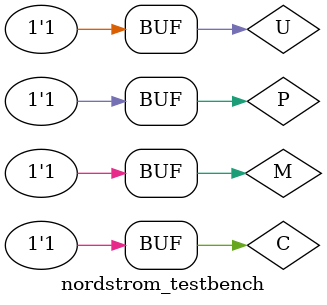
<source format=sv>

module DE1_SoC (HEX0, HEX1, HEX2, HEX3, HEX4, HEX5, KEY, LEDR, SW);
output [6:0] HEX0, HEX1, HEX2, HEX3, HEX4, HEX5;
output [9:0] LEDR;
input [3:0] KEY;
input [9:0] SW;

// Default values, turns off the HEX displays
assign HEX0 = 7'b1111111;	// turns HEX DISPLAY all off
assign HEX1 = 7'b1111111;
assign HEX2 = 7'b1111111;
assign HEX3 = 7'b1111111;
assign HEX4 = 7'b1111111;
assign HEX5 = 7'b1111111;

 nordstrom nordstrom_sim (.U(SW[9]), .P(SW[8]), .C(SW[7]), .M(SW[0]), .discount(LEDR[0]), .stolen(LEDR[1]));
 

endmodule

module nordstrom (discount, stolen, U, P, C, M);

output logic discount, stolen; 	
input  logic U, P, C, M; 	
		
assign discount = P | (U & C);
assign stolen =  ((U) & (~P) & (~M) | ((~U) & (~C) & (~M)));


endmodule

// Test Bench

module nordstrom_testbench();		
	logic  U, P, C, M; 		
	logic  discount, stolen; 		
			
	nordstrom dut ( .discount, .stolen, .U, .P, .C, .M ); 		
		
	
	initial begin	
		U=0; P=0; C=0; M=0; #10;
		U=0; P=0; C=0; M=1; #10;
		U=0; P=0; C=1; M=0; #10;
		U=0; P=0; C=1; M=1; #10;
		U=0; P=1; C=0; M=0; #10;
		U=0; P=1; C=0; M=1; #10;
		U=0; P=1; C=1; M=0; #10;
		U=0; P=1; C=1; M=1; #10;
		U=1; P=0; C=0; M=0; #10;
		U=1; P=0; C=0; M=1; #10;
      U=1; P=0; C=1; M=0; #10;		
		U=1; P=0; C=1; M=1; #10;
		U=1; P=1; C=0; M=0; #10;
		U=1; P=1; C=0; M=1; #10;
		U=1; P=1; C=1; M=0; #10;
		U=1; P=1; C=1; M=1; #10;
			
	end	
endmodule	





//module DE1_SoC_testbench();
//wire [6:0] HEX0, HEX1, HEX2, HEX3, HEX4, HEX5;/
//wire [9:0] LEDR;
//reg [3:0] KEY;
//reg [9:0] SW;
//DE1_SoC dut (.HEX0, .HEX1, .HEX2, .HEX3, .HEX4, .HEX5, .KEY, .LEDR,
//.SW);
// Try all combinations of inputs.
//integer i;
//initial begin
//SW[9] = 1'b0;
//SW[8] = 1'b0;
//for(i = 0; i <256; i++) begin
//SW[7:0] = i; #10;
//end
//end
//endmodule
</source>
